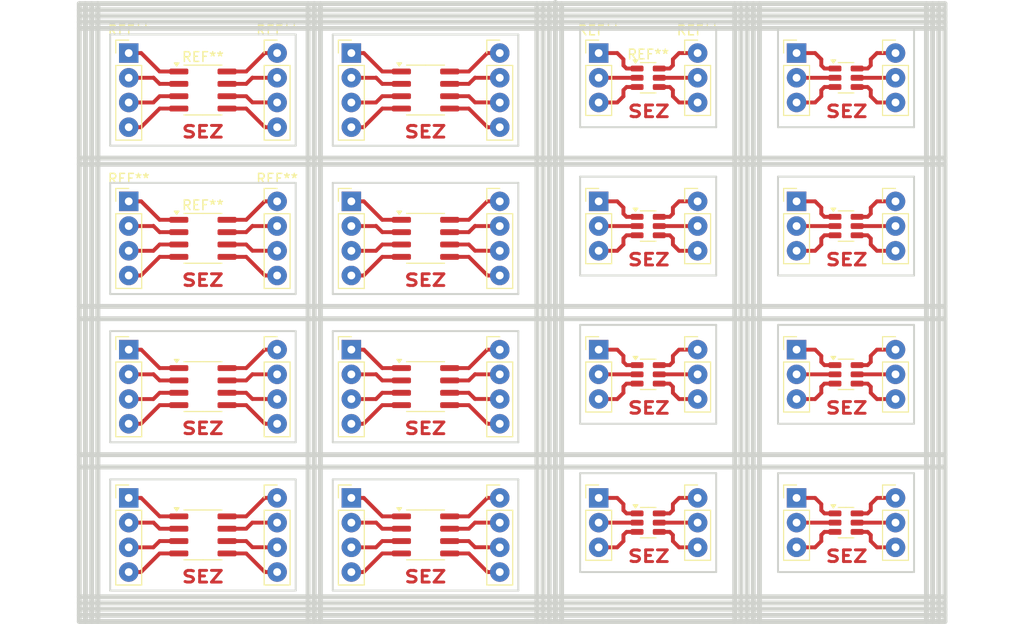
<source format=kicad_pcb>
(kicad_pcb (version 20240108) (generator "pcbnew") (generator_version "8.0")
  (layers (0 "F.Cu" signal) (31 "B.Cu" signal) (34 "B.Paste" user) (35 "F.Paste" user) (36 "B.SilkS" user "B.Silkscreen") (37 "F.SilkS" user "F.Silkscreen") (38 "B.Mask" user) (39 "F.Mask" user) (44 "Edge.Cuts" user))
  (net 0 "")
  (footprint "Connector_PinHeader_2.54mm:PinHeader_1x03_P2.54mm_Vertical" (layer "F.Cu") (at 129.54 96.52)
    (property "Reference" "REF**" (hide yes))
    (property "Value" "PinHeader_1x03_P2.54mm_Vertical")
  )
  (footprint "Package_TO_SOT_SMD:SOT-23-6" (layer "F.Cu") (at 124.46 83.82)
    (property "Reference" "REF**" (hide yes))
    (property "Value" "SOT-23-6")
  )
  (footprint "Connector_PinHeader_2.54mm:PinHeader_1x03_P2.54mm_Vertical" (layer "F.Cu") (at 109.22 96.52)
    (property "Reference" "REF**" (hide yes))
    (property "Value" "PinHeader_1x03_P2.54mm_Vertical")
  )
  (footprint "Connector_PinHeader_2.54mm:PinHeader_1x04_P2.54mm_Vertical" (layer "F.Cu") (at 88.9 81.28)
    (property "Reference" "REF**" (hide yes))
    (property "Value" "PinHeader_1x04_P2.54mm_Vertical")
  )
  (footprint "Connector_PinHeader_2.54mm:PinHeader_1x03_P2.54mm_Vertical" (layer "F.Cu") (at 119.38 81.28)
    (property "Reference" "REF**" (hide yes))
    (property "Value" "PinHeader_1x03_P2.54mm_Vertical")
  )
  (footprint "Package_SO:SOIC-8_3.9x4.9mm_P1.27mm" (layer "F.Cu") (at 81.28 100.32)
    (property "Reference" "REF**" (hide yes))
    (property "Value" "SOIC-8_3.9x4.9mm_P1.27mm")
  )
  (footprint "Package_SO:SOIC-8_3.9x4.9mm_P1.27mm" (layer "F.Cu") (at 81.28 69.84)
    (property "Reference" "REF**" (hide yes))
    (property "Value" "SOIC-8_3.9x4.9mm_P1.27mm")
  )
  (footprint "Connector_PinHeader_2.54mm:PinHeader_1x04_P2.54mm_Vertical" (layer "F.Cu") (at 73.66 66.04)
    (property "Reference" "REF**" (hide yes))
    (property "Value" "PinHeader_1x04_P2.54mm_Vertical")
  )
  (footprint "Connector_PinHeader_2.54mm:PinHeader_1x03_P2.54mm_Vertical" (layer "F.Cu") (at 129.54 50.8)
    (property "Reference" "REF**" (hide yes))
    (property "Value" "PinHeader_1x03_P2.54mm_Vertical")
  )
  (footprint "Package_SO:SOIC-8_3.9x4.9mm_P1.27mm" (layer "F.Cu") (at 58.42 69.84)
    (property "Reference" "REF**")
    (property "Value" "SOIC-8_3.9x4.9mm_P1.27mm")
  )
  (footprint "Package_TO_SOT_SMD:SOT-23-6" (layer "F.Cu") (at 124.46 53.34)
    (property "Reference" "REF**" (hide yes))
    (property "Value" "SOT-23-6")
  )
  (footprint "Connector_PinHeader_2.54mm:PinHeader_1x04_P2.54mm_Vertical" (layer "F.Cu") (at 73.66 81.28)
    (property "Reference" "REF**" (hide yes))
    (property "Value" "PinHeader_1x04_P2.54mm_Vertical")
  )
  (footprint "Package_SO:SOIC-8_3.9x4.9mm_P1.27mm" (layer "F.Cu") (at 58.42 85.08)
    (property "Reference" "REF**" (hide yes))
    (property "Value" "SOIC-8_3.9x4.9mm_P1.27mm")
  )
  (footprint "Package_TO_SOT_SMD:SOT-23-6" (layer "F.Cu") (at 104.14 83.82)
    (property "Reference" "REF**" (hide yes))
    (property "Value" "SOT-23-6")
  )
  (footprint "Connector_PinHeader_2.54mm:PinHeader_1x03_P2.54mm_Vertical" (layer "F.Cu") (at 109.22 66.04)
    (property "Reference" "REF**" (hide yes))
    (property "Value" "PinHeader_1x03_P2.54mm_Vertical")
  )
  (footprint "Connector_PinHeader_2.54mm:PinHeader_1x03_P2.54mm_Vertical" (layer "F.Cu") (at 119.38 66.04)
    (property "Reference" "REF**" (hide yes))
    (property "Value" "PinHeader_1x03_P2.54mm_Vertical")
  )
  (footprint "Package_TO_SOT_SMD:SOT-23-6" (layer "F.Cu") (at 104.14 99.06)
    (property "Reference" "REF**" (hide yes))
    (property "Value" "SOT-23-6")
  )
  (footprint "Connector_PinHeader_2.54mm:PinHeader_1x04_P2.54mm_Vertical" (layer "F.Cu") (at 73.66 50.8)
    (property "Reference" "REF**" (hide yes))
    (property "Value" "PinHeader_1x04_P2.54mm_Vertical")
  )
  (footprint "Connector_PinHeader_2.54mm:PinHeader_1x03_P2.54mm_Vertical" (layer "F.Cu") (at 119.38 50.8)
    (property "Reference" "REF**" (hide yes))
    (property "Value" "PinHeader_1x03_P2.54mm_Vertical")
  )
  (footprint "Package_TO_SOT_SMD:SOT-23-6" (layer "F.Cu") (at 124.46 99.06)
    (property "Reference" "REF**" (hide yes))
    (property "Value" "SOT-23-6")
  )
  (footprint "Package_SO:SOIC-8_3.9x4.9mm_P1.27mm" (layer "F.Cu") (at 58.42 54.6)
    (property "Reference" "REF**")
    (property "Value" "SOIC-8_3.9x4.9mm_P1.27mm")
  )
  (footprint "Connector_PinHeader_2.54mm:PinHeader_1x03_P2.54mm_Vertical" (layer "F.Cu") (at 99.06 50.8)
    (property "Reference" "REF**")
    (property "Value" "PinHeader_1x03_P2.54mm_Vertical")
  )
  (footprint "Connector_PinHeader_2.54mm:PinHeader_1x04_P2.54mm_Vertical" (layer "F.Cu") (at 50.8 50.8)
    (property "Reference" "REF**")
    (property "Value" "PinHeader_1x04_P2.54mm_Vertical")
  )
  (footprint "Package_TO_SOT_SMD:SOT-23-6" (layer "F.Cu") (at 104.14 68.58)
    (property "Reference" "REF**" (hide yes))
    (property "Value" "SOT-23-6")
  )
  (footprint "Connector_PinHeader_2.54mm:PinHeader_1x04_P2.54mm_Vertical" (layer "F.Cu") (at 50.8 81.28)
    (property "Reference" "REF**" (hide yes))
    (property "Value" "PinHeader_1x04_P2.54mm_Vertical")
  )
  (footprint "Connector_PinHeader_2.54mm:PinHeader_1x04_P2.54mm_Vertical" (layer "F.Cu") (at 66.04 81.28)
    (property "Reference" "REF**" (hide yes))
    (property "Value" "PinHeader_1x04_P2.54mm_Vertical")
  )
  (footprint "Connector_PinHeader_2.54mm:PinHeader_1x04_P2.54mm_Vertical" (layer "F.Cu") (at 66.04 66.04)
    (property "Reference" "REF**")
    (property "Value" "PinHeader_1x04_P2.54mm_Vertical")
  )
  (footprint "Connector_PinHeader_2.54mm:PinHeader_1x04_P2.54mm_Vertical" (layer "F.Cu") (at 66.04 96.52)
    (property "Reference" "REF**" (hide yes))
    (property "Value" "PinHeader_1x04_P2.54mm_Vertical")
  )
  (footprint "Package_SO:SOIC-8_3.9x4.9mm_P1.27mm" (layer "F.Cu") (at 81.28 54.6)
    (property "Reference" "REF**" (hide yes))
    (property "Value" "SOIC-8_3.9x4.9mm_P1.27mm")
  )
  (footprint "Package_SO:SOIC-8_3.9x4.9mm_P1.27mm" (layer "F.Cu") (at 58.42 100.32)
    (property "Reference" "REF**" (hide yes))
    (property "Value" "SOIC-8_3.9x4.9mm_P1.27mm")
  )
  (footprint "Connector_PinHeader_2.54mm:PinHeader_1x04_P2.54mm_Vertical" (layer "F.Cu") (at 50.8 66.04)
    (property "Reference" "REF**")
    (property "Value" "PinHeader_1x04_P2.54mm_Vertical")
  )
  (footprint "Connector_PinHeader_2.54mm:PinHeader_1x04_P2.54mm_Vertical" (layer "F.Cu") (at 73.66 96.52)
    (property "Reference" "REF**" (hide yes))
    (property "Value" "PinHeader_1x04_P2.54mm_Vertical")
  )
  (footprint "Connector_PinHeader_2.54mm:PinHeader_1x03_P2.54mm_Vertical" (layer "F.Cu") (at 129.54 66.04)
    (property "Reference" "REF**" (hide yes))
    (property "Value" "PinHeader_1x03_P2.54mm_Vertical")
  )
  (footprint "Package_SO:SOIC-8_3.9x4.9mm_P1.27mm" (layer "F.Cu") (at 81.28 85.08)
    (property "Reference" "REF**" (hide yes))
    (property "Value" "SOIC-8_3.9x4.9mm_P1.27mm")
  )
  (footprint "Connector_PinHeader_2.54mm:PinHeader_1x04_P2.54mm_Vertical" (layer "F.Cu") (at 88.9 96.52)
    (property "Reference" "REF**" (hide yes))
    (property "Value" "PinHeader_1x04_P2.54mm_Vertical")
  )
  (footprint "Connector_PinHeader_2.54mm:PinHeader_1x04_P2.54mm_Vertical" (layer "F.Cu") (at 88.9 66.04)
    (property "Reference" "REF**" (hide yes))
    (property "Value" "PinHeader_1x04_P2.54mm_Vertical")
  )
  (footprint "Connector_PinHeader_2.54mm:PinHeader_1x03_P2.54mm_Vertical" (layer "F.Cu") (at 109.22 81.28)
    (property "Reference" "REF**" (hide yes))
    (property "Value" "PinHeader_1x03_P2.54mm_Vertical")
  )
  (footprint "Connector_PinHeader_2.54mm:PinHeader_1x03_P2.54mm_Vertical" (layer "F.Cu") (at 99.06 96.52)
    (property "Reference" "REF**" (hide yes))
    (property "Value" "PinHeader_1x03_P2.54mm_Vertical")
  )
  (footprint "Package_TO_SOT_SMD:SOT-23-6" (layer "F.Cu") (at 104.14 53.34)
    (property "Reference" "REF**")
    (property "Value" "SOT-23-6")
  )
  (footprint "Connector_PinHeader_2.54mm:PinHeader_1x03_P2.54mm_Vertical" (layer "F.Cu") (at 129.54 81.28)
    (property "Reference" "REF**" (hide yes))
    (property "Value" "PinHeader_1x03_P2.54mm_Vertical")
  )
  (footprint "Connector_PinHeader_2.54mm:PinHeader_1x03_P2.54mm_Vertical" (layer "F.Cu") (at 99.06 66.04)
    (property "Reference" "REF**" (hide yes))
    (property "Value" "PinHeader_1x03_P2.54mm_Vertical")
  )
  (footprint "Connector_PinHeader_2.54mm:PinHeader_1x03_P2.54mm_Vertical" (layer "F.Cu") (at 99.06 81.28)
    (property "Reference" "REF**" (hide yes))
    (property "Value" "PinHeader_1x03_P2.54mm_Vertical")
  )
  (footprint "Connector_PinHeader_2.54mm:PinHeader_1x04_P2.54mm_Vertical" (layer "F.Cu") (at 88.9 50.8)
    (property "Reference" "REF**" (hide yes))
    (property "Value" "PinHeader_1x04_P2.54mm_Vertical")
  )
  (footprint "Connector_PinHeader_2.54mm:PinHeader_1x03_P2.54mm_Vertical" (layer "F.Cu") (at 109.22 50.8)
    (property "Reference" "REF**")
    (property "Value" "PinHeader_1x03_P2.54mm_Vertical")
  )
  (footprint "Connector_PinHeader_2.54mm:PinHeader_1x04_P2.54mm_Vertical" (layer "F.Cu") (at 50.8 96.52)
    (property "Reference" "REF**" (hide yes))
    (property "Value" "PinHeader_1x04_P2.54mm_Vertical")
  )
  (footprint "Connector_PinHeader_2.54mm:PinHeader_1x04_P2.54mm_Vertical" (layer "F.Cu") (at 66.04 50.8)
    (property "Reference" "REF**")
    (property "Value" "PinHeader_1x04_P2.54mm_Vertical")
  )
  (footprint "Connector_PinHeader_2.54mm:PinHeader_1x03_P2.54mm_Vertical" (layer "F.Cu") (at 119.38 96.52)
    (property "Reference" "REF**" (hide yes))
    (property "Value" "PinHeader_1x03_P2.54mm_Vertical")
  )
  (footprint "Package_TO_SOT_SMD:SOT-23-6" (layer "F.Cu") (at 124.46 68.58)
    (property "Reference" "REF**" (hide yes))
    (property "Value" "SOT-23-6")
  )
  (gr_line (start 45.72 62.23) (end 134.62 62.23) (stroke (width 0.5)) (layer "Edge.Cuts"))
  (gr_line (start 45.72 106.68) (end 134.62 106.68) (stroke (width 0.5)) (layer "Edge.Cuts"))
  (gr_line (start 45.72 46.99) (end 134.62 46.99) (stroke (width 0.5)) (layer "Edge.Cuts"))
  (gr_line (start 111.125 104.14) (end 111.125 93.98) (stroke (width 0.1)) (layer "Edge.Cuts"))
  (gr_line (start 45.72 45.72) (end 45.72 109.22) (stroke (width 0.5)) (layer "Edge.Cuts"))
  (gr_line (start 131.445 104.14) (end 131.445 93.98) (stroke (width 0.1)) (layer "Edge.Cuts"))
  (gr_line (start 132.715 45.72) (end 132.715 109.22) (stroke (width 0.5)) (layer "Edge.Cuts"))
  (gr_line (start 71.755 106.045) (end 90.805 106.045) (stroke (width 0.1)) (layer "Edge.Cuts"))
  (gr_line (start 131.445 63.5) (end 117.475 63.5) (stroke (width 0.2)) (layer "Edge.Cuts"))
  (gr_line (start 134.62 109.22) (end 45.72 109.22) (stroke (width 0.2)) (layer "Edge.Cuts"))
  (gr_line (start 111.125 48.26) (end 97.155 48.26) (stroke (width 0.2)) (layer "Edge.Cuts"))
  (gr_line (start 114.3 45.72) (end 114.3 109.22) (stroke (width 0.5)) (layer "Edge.Cuts"))
  (gr_line (start 97.155 104.14) (end 111.125 104.14) (stroke (width 0.1)) (layer "Edge.Cuts"))
  (gr_line (start 92.71 45.72) (end 92.71 109.22) (stroke (width 0.3)) (layer "Edge.Cuts"))
  (gr_line (start 90.805 106.045) (end 90.805 94.615) (stroke (width 0.1)) (layer "Edge.Cuts"))
  (gr_line (start 134.62 45.72) (end 134.62 109.22) (stroke (width 0.2)) (layer "Edge.Cuts"))
  (gr_line (start 45.72 78.105) (end 134.62 78.105) (stroke (width 0.5)) (layer "Edge.Cuts"))
  (gr_line (start 90.805 60.325) (end 90.805 48.895) (stroke (width 0.2)) (layer "Edge.Cuts"))
  (gr_line (start 90.805 64.135) (end 71.755 64.135) (stroke (width 0.2)) (layer "Edge.Cuts"))
  (gr_line (start 94.613192 45.596684) (end 94.613192 109.096684) (stroke (width 0.5)) (layer "Edge.Cuts"))
  (gr_line (start 131.445 78.74) (end 117.475 78.74) (stroke (width 0.1)) (layer "Edge.Cuts"))
  (gr_line (start 97.155 73.66) (end 111.125 73.66) (stroke (width 0.1)) (layer "Edge.Cuts"))
  (gr_line (start 90.805 48.885) (end 71.755 48.885) (stroke (width 0.1)) (layer "Edge.Cuts"))
  (gr_line (start 71.755 64.135) (end 71.755 75.565) (stroke (width 0.1)) (layer "Edge.Cuts"))
  (gr_line (start 90.805 90.805) (end 90.805 79.375) (stroke (width 0.2)) (layer "Edge.Cuts"))
  (gr_line (start 45.72 47.625) (end 134.62 47.625) (stroke (width 0.5)) (layer "Edge.Cuts"))
  (gr_line (start 111.125 63.5) (end 97.155 63.5) (stroke (width 0.2)) (layer "Edge.Cuts"))
  (gr_line (start 67.945 60.315) (end 67.945 48.885) (stroke (width 0.2)) (layer "Edge.Cuts"))
  (gr_line (start 90.805 64.135) (end 71.755 64.135) (stroke (width 0.1)) (layer "Edge.Cuts"))
  (gr_line (start 90.805 90.795) (end 90.805 79.365) (stroke (width 0.1)) (layer "Edge.Cuts"))
  (gr_line (start 45.72 45.72) (end 134.62 45.72) (stroke (width 0.5)) (layer "Edge.Cuts"))
  (gr_line (start 67.945 75.565) (end 67.945 64.135) (stroke (width 0.2)) (layer "Edge.Cuts"))
  (gr_line (start 46.99 45.72) (end 46.99 109.22) (stroke (width 0.5)) (layer "Edge.Cuts"))
  (gr_line (start 45.72 48.26) (end 134.62 48.26) (stroke (width 0.5)) (layer "Edge.Cuts"))
  (gr_line (start 90.805 94.615) (end 71.755 94.615) (stroke (width 0.2)) (layer "Edge.Cuts"))
  (gr_line (start 134.62 45.72) (end 134.62 109.22) (stroke (width 0.5)) (layer "Edge.Cuts"))
  (gr_line (start 97.155 63.5) (end 97.155 73.66) (stroke (width 0.2)) (layer "Edge.Cuts"))
  (gr_line (start 90.805 94.615) (end 71.755 94.615) (stroke (width 0.1)) (layer "Edge.Cuts"))
  (gr_line (start 111.125 93.98) (end 97.155 93.98) (stroke (width 0.1)) (layer "Edge.Cuts"))
  (gr_line (start 117.475 104.14) (end 131.445 104.14) (stroke (width 0.1)) (layer "Edge.Cuts"))
  (gr_line (start 97.155 78.74) (end 97.155 88.9) (stroke (width 0.2)) (layer "Edge.Cuts"))
  (gr_line (start 117.475 93.98) (end 117.475 104.14) (stroke (width 0.1)) (layer "Edge.Cuts"))
  (gr_line (start 71.755 60.325) (end 90.805 60.325) (stroke (width 0.2)) (layer "Edge.Cuts"))
  (gr_line (start 48.895 90.795) (end 67.945 90.795) (stroke (width 0.1)) (layer "Edge.Cuts"))
  (gr_line (start 117.475 48.26) (end 117.475 58.42) (stroke (width 0.1)) (layer "Edge.Cuts"))
  (gr_line (start 67.945 94.615) (end 48.895 94.615) (stroke (width 0.1)) (layer "Edge.Cuts"))
  (gr_line (start 46.355 45.72) (end 46.355 109.22) (stroke (width 0.5)) (layer "Edge.Cuts"))
  (gr_line (start 131.445 93.98) (end 117.475 93.98) (stroke (width 0.1)) (layer "Edge.Cuts"))
  (gr_line (start 71.755 79.375) (end 71.755 90.805) (stroke (width 0.2)) (layer "Edge.Cuts"))
  (gr_line (start 97.155 93.98) (end 97.155 104.14) (stroke (width 0.1)) (layer "Edge.Cuts"))
  (gr_line (start 48.895 64.135) (end 48.895 75.565) (stroke (width 0.2)) (layer "Edge.Cuts"))
  (gr_line (start 71.755 48.895) (end 71.755 60.325) (stroke (width 0.2)) (layer "Edge.Cuts"))
  (gr_line (start 67.945 90.795) (end 67.945 79.365) (stroke (width 0.1)) (layer "Edge.Cuts"))
  (gr_line (start 93.345 45.72) (end 93.345 109.22) (stroke (width 0.5)) (layer "Edge.Cuts"))
  (gr_line (start 48.895 94.615) (end 48.895 106.045) (stroke (width 0.1)) (layer "Edge.Cuts"))
  (gr_line (start 117.475 93.98) (end 117.475 104.14) (stroke (width 0.2)) (layer "Edge.Cuts"))
  (gr_line (start 45.72 108.585) (end 134.62 108.585) (stroke (width 0.5)) (layer "Edge.Cuts"))
  (gr_line (start 115.57 45.72) (end 115.57 109.22) (stroke (width 0.5)) (layer "Edge.Cuts"))
  (gr_line (start 90.805 48.895) (end 71.755 48.895) (stroke (width 0.2)) (layer "Edge.Cuts"))
  (gr_line (start 117.475 88.9) (end 131.445 88.9) (stroke (width 0.1)) (layer "Edge.Cuts"))
  (gr_line (start 131.445 48.26) (end 117.475 48.26) (stroke (width 0.2)) (layer "Edge.Cuts"))
  (gr_line (start 45.72 109.22) (end 45.72 45.72) (stroke (width 0.2)) (layer "Edge.Cuts"))
  (gr_line (start 71.755 48.885) (end 71.755 60.315) (stroke (width 0.1)) (layer "Edge.Cuts"))
  (gr_line (start 67.945 64.135) (end 48.895 64.135) (stroke (width 0.2)) (layer "Edge.Cuts"))
  (gr_line (start 117.475 63.5) (end 117.475 73.66) (stroke (width 0.2)) (layer "Edge.Cuts"))
  (gr_line (start 67.945 94.615) (end 48.895 94.615) (stroke (width 0.2)) (layer "Edge.Cuts"))
  (gr_line (start 113.03 45.72) (end 113.03 109.22) (stroke (width 0.5)) (layer "Edge.Cuts"))
  (gr_line (start 117.475 73.66) (end 131.445 73.66) (stroke (width 0.2)) (layer "Edge.Cuts"))
  (gr_line (start 131.445 58.42) (end 131.445 48.26) (stroke (width 0.1)) (layer "Edge.Cuts"))
  (gr_line (start 48.895 94.615) (end 48.895 106.045) (stroke (width 0.2)) (layer "Edge.Cuts"))
  (gr_line (start 95.25 45.72) (end 95.25 109.22) (stroke (width 0.3)) (layer "Edge.Cuts"))
  (gr_line (start 131.445 48.26) (end 117.475 48.26) (stroke (width 0.1)) (layer "Edge.Cuts"))
  (gr_line (start 131.445 63.5) (end 117.475 63.5) (stroke (width 0.1)) (layer "Edge.Cuts"))
  (gr_line (start 117.475 58.42) (end 131.445 58.42) (stroke (width 0.2)) (layer "Edge.Cuts"))
  (gr_line (start 48.895 75.565) (end 67.945 75.565) (stroke (width 0.2)) (layer "Edge.Cuts"))
  (gr_line (start 69.85 45.72) (end 69.85 109.22) (stroke (width 0.5)) (layer "Edge.Cuts"))
  (gr_line (start 131.445 104.14) (end 131.445 93.98) (stroke (width 0.2)) (layer "Edge.Cuts"))
  (gr_line (start 97.155 78.74) (end 97.155 88.9) (stroke (width 0.1)) (layer "Edge.Cuts"))
  (gr_line (start 71.755 94.615) (end 71.755 106.045) (stroke (width 0.2)) (layer "Edge.Cuts"))
  (gr_line (start 97.155 48.26) (end 97.155 58.42) (stroke (width 0.2)) (layer "Edge.Cuts"))
  (gr_line (start 71.755 75.565) (end 90.805 75.565) (stroke (width 0.2)) (layer "Edge.Cuts"))
  (gr_line (start 92.71 45.72) (end 92.71 109.22) (stroke (width 0.5)) (layer "Edge.Cuts"))
  (gr_line (start 45.72 109.22) (end 134.62 109.22) (stroke (width 0.5)) (layer "Edge.Cuts"))
  (gr_line (start 71.755 90.805) (end 90.805 90.805) (stroke (width 0.2)) (layer "Edge.Cuts"))
  (gr_line (start 117.475 73.66) (end 131.445 73.66) (stroke (width 0.1)) (layer "Edge.Cuts"))
  (gr_line (start 48.895 79.365) (end 48.895 90.795) (stroke (width 0.1)) (layer "Edge.Cuts"))
  (gr_line (start 111.125 78.74) (end 97.155 78.74) (stroke (width 0.2)) (layer "Edge.Cuts"))
  (gr_line (start 90.805 106.045) (end 90.805 94.615) (stroke (width 0.2)) (layer "Edge.Cuts"))
  (gr_line (start 90.805 60.315) (end 90.805 48.885) (stroke (width 0.1)) (layer "Edge.Cuts"))
  (gr_line (start 97.155 88.9) (end 111.125 88.9) (stroke (width 0.1)) (layer "Edge.Cuts"))
  (gr_line (start 69.215 45.72) (end 69.215 109.22) (stroke (width 0.5)) (layer "Edge.Cuts"))
  (gr_line (start 45.72 107.315) (end 134.62 107.315) (stroke (width 0.5)) (layer "Edge.Cuts"))
  (gr_line (start 111.125 78.74) (end 97.155 78.74) (stroke (width 0.1)) (layer "Edge.Cuts"))
  (gr_line (start 95.25 45.72) (end 95.25 109.22) (stroke (width 0.5)) (layer "Edge.Cuts"))
  (gr_line (start 113.665 45.72) (end 113.665 109.22) (stroke (width 0.5)) (layer "Edge.Cuts"))
  (gr_line (start 45.72 92.075) (end 134.62 92.075) (stroke (width 0.5)) (layer "Edge.Cuts"))
  (gr_line (start 47.625 45.72) (end 47.625 109.22) (stroke (width 0.5)) (layer "Edge.Cuts"))
  (gr_line (start 117.475 78.74) (end 117.475 88.9) (stroke (width 0.2)) (layer "Edge.Cuts"))
  (gr_line (start 131.445 73.66) (end 131.445 63.5) (stroke (width 0.1)) (layer "Edge.Cuts"))
  (gr_line (start 45.72 107.95) (end 134.62 107.95) (stroke (width 0.5)) (layer "Edge.Cuts"))
  (gr_line (start 97.155 88.9) (end 111.125 88.9) (stroke (width 0.2)) (layer "Edge.Cuts"))
  (gr_line (start 70.485 45.72) (end 70.485 109.22) (stroke (width 0.5)) (layer "Edge.Cuts"))
  (gr_line (start 117.475 88.9) (end 131.445 88.9) (stroke (width 0.2)) (layer "Edge.Cuts"))
  (gr_line (start 131.445 93.98) (end 117.475 93.98) (stroke (width 0.2)) (layer "Edge.Cuts"))
  (gr_line (start 111.125 93.98) (end 97.155 93.98) (stroke (width 0.2)) (layer "Edge.Cuts"))
  (gr_line (start 97.155 73.66) (end 111.125 73.66) (stroke (width 0.2)) (layer "Edge.Cuts"))
  (gr_line (start 67.945 75.565) (end 67.945 64.135) (stroke (width 0.1)) (layer "Edge.Cuts"))
  (gr_line (start 97.155 63.5) (end 97.155 73.66) (stroke (width 0.1)) (layer "Edge.Cuts"))
  (gr_line (start 48.895 48.885) (end 48.895 60.315) (stroke (width 0.2)) (layer "Edge.Cuts"))
  (gr_line (start 71.755 79.365) (end 71.755 90.795) (stroke (width 0.1)) (layer "Edge.Cuts"))
  (gr_line (start 90.805 75.565) (end 90.805 64.135) (stroke (width 0.2)) (layer "Edge.Cuts"))
  (gr_line (start 48.895 106.045) (end 67.945 106.045) (stroke (width 0.2)) (layer "Edge.Cuts"))
  (gr_line (start 90.805 79.375) (end 71.755 79.375) (stroke (width 0.2)) (layer "Edge.Cuts"))
  (gr_line (start 90.805 79.365) (end 71.755 79.365) (stroke (width 0.1)) (layer "Edge.Cuts"))
  (gr_line (start 117.475 58.42) (end 131.445 58.42) (stroke (width 0.1)) (layer "Edge.Cuts"))
  (gr_line (start 111.125 88.9) (end 111.125 78.74) (stroke (width 0.2)) (layer "Edge.Cuts"))
  (gr_line (start 67.945 48.885) (end 48.895 48.885) (stroke (width 0.2)) (layer "Edge.Cuts"))
  (gr_line (start 48.895 79.375) (end 48.895 90.805) (stroke (width 0.2)) (layer "Edge.Cuts"))
  (gr_line (start 131.445 88.9) (end 131.445 78.74) (stroke (width 0.1)) (layer "Edge.Cuts"))
  (gr_line (start 45.72 61.595) (end 134.62 61.595) (stroke (width 0.5)) (layer "Edge.Cuts"))
  (gr_line (start 111.125 104.14) (end 111.125 93.98) (stroke (width 0.2)) (layer "Edge.Cuts"))
  (gr_line (start 111.125 58.42) (end 111.125 48.26) (stroke (width 0.2)) (layer "Edge.Cuts"))
  (gr_line (start 131.445 88.9) (end 131.445 78.74) (stroke (width 0.2)) (layer "Edge.Cuts"))
  (gr_line (start 45.72 76.835) (end 134.62 76.835) (stroke (width 0.5)) (layer "Edge.Cuts"))
  (gr_line (start 131.445 58.42) (end 131.445 48.26) (stroke (width 0.2)) (layer "Edge.Cuts"))
  (gr_line (start 67.945 90.805) (end 67.945 79.375) (stroke (width 0.2)) (layer "Edge.Cuts"))
  (gr_line (start 67.945 64.135) (end 48.895 64.135) (stroke (width 0.1)) (layer "Edge.Cuts"))
  (gr_line (start 111.125 73.66) (end 111.125 63.5) (stroke (width 0.1)) (layer "Edge.Cuts"))
  (gr_line (start 71.755 106.045) (end 90.805 106.045) (stroke (width 0.2)) (layer "Edge.Cuts"))
  (gr_line (start 111.125 88.9) (end 111.125 78.74) (stroke (width 0.1)) (layer "Edge.Cuts"))
  (gr_line (start 71.755 64.135) (end 71.755 75.565) (stroke (width 0.2)) (layer "Edge.Cuts"))
  (gr_line (start 117.475 48.26) (end 117.475 58.42) (stroke (width 0.2)) (layer "Edge.Cuts"))
  (gr_line (start 67.945 106.045) (end 67.945 94.615) (stroke (width 0.1)) (layer "Edge.Cuts"))
  (gr_line (start 111.125 73.66) (end 111.125 63.5) (stroke (width 0.2)) (layer "Edge.Cuts"))
  (gr_line (start 97.155 104.14) (end 111.125 104.14) (stroke (width 0.2)) (layer "Edge.Cuts"))
  (gr_line (start 90.805 75.565) (end 90.805 64.135) (stroke (width 0.1)) (layer "Edge.Cuts"))
  (gr_line (start 67.945 106.045) (end 67.945 94.615) (stroke (width 0.2)) (layer "Edge.Cuts"))
  (gr_line (start 97.155 93.98) (end 97.155 104.14) (stroke (width 0.2)) (layer "Edge.Cuts"))
  (gr_line (start 47.625 45.72) (end 47.625 109.22) (stroke (width 0.5)) (layer "Edge.Cuts"))
  (gr_line (start 131.445 78.74) (end 117.475 78.74) (stroke (width 0.2)) (layer "Edge.Cuts"))
  (gr_line (start 67.945 79.365) (end 48.895 79.365) (stroke (width 0.1)) (layer "Edge.Cuts"))
  (gr_line (start 117.475 104.14) (end 131.445 104.14) (stroke (width 0.2)) (layer "Edge.Cuts"))
  (gr_line (start 71.755 60.315) (end 90.805 60.315) (stroke (width 0.1)) (layer "Edge.Cuts"))
  (gr_line (start 133.985 45.72) (end 133.985 109.22) (stroke (width 0.5)) (layer "Edge.Cuts"))
  (gr_line (start 133.35 45.72) (end 133.35 109.22) (stroke (width 0.5)) (layer "Edge.Cuts"))
  (gr_line (start 45.72 46.355) (end 134.62 46.355) (stroke (width 0.5)) (layer "Edge.Cuts"))
  (gr_line (start 97.155 58.42) (end 111.125 58.42) (stroke (width 0.2)) (layer "Edge.Cuts"))
  (gr_line (start 67.945 79.375) (end 48.895 79.375) (stroke (width 0.2)) (layer "Edge.Cuts"))
  (gr_line (start 117.475 63.5) (end 117.475 73.66) (stroke (width 0.1)) (layer "Edge.Cuts"))
  (gr_line (start 48.895 75.565) (end 67.945 75.565) (stroke (width 0.1)) (layer "Edge.Cuts"))
  (gr_line (start 48.895 90.805) (end 67.945 90.805) (stroke (width 0.2)) (layer "Edge.Cuts"))
  (gr_line (start 71.755 75.565) (end 90.805 75.565) (stroke (width 0.1)) (layer "Edge.Cuts"))
  (gr_line (start 114.935 45.72) (end 114.935 109.22) (stroke (width 0.5)) (layer "Edge.Cuts"))
  (gr_line (start 111.125 63.5) (end 97.155 63.5) (stroke (width 0.1)) (layer "Edge.Cuts"))
  (gr_line (start 71.755 90.795) (end 90.805 90.795) (stroke (width 0.1)) (layer "Edge.Cuts"))
  (gr_line (start 71.755 94.615) (end 71.755 106.045) (stroke (width 0.1)) (layer "Edge.Cuts"))
  (gr_line (start 48.895 106.045) (end 67.945 106.045) (stroke (width 0.1)) (layer "Edge.Cuts"))
  (gr_line (start 93.98 45.72) (end 93.98 109.22) (stroke (width 0.5)) (layer "Edge.Cuts"))
  (gr_line (start 45.72 93.345) (end 134.62 93.345) (stroke (width 0.5)) (layer "Edge.Cuts"))
  (gr_line (start 117.475 78.74) (end 117.475 88.9) (stroke (width 0.1)) (layer "Edge.Cuts"))
  (gr_line (start 48.895 64.135) (end 48.895 75.565) (stroke (width 0.1)) (layer "Edge.Cuts"))
  (gr_line (start 48.895 60.315) (end 67.945 60.315) (stroke (width 0.2)) (layer "Edge.Cuts"))
  (gr_line (start 131.445 73.66) (end 131.445 63.5) (stroke (width 0.2)) (layer "Edge.Cuts"))
  (gr_text "SEZ" (at 78.96 90.08 0) (layer "F.Cu") (effects (font (size 1.2 1.5) (thickness 0.3) (bold yes)) (justify left bottom)))
  (gr_text "SEZ" (at 56.1 74.85 0) (layer "F.Cu") (effects (font (size 1.2 1.5) (thickness 0.3) (bold yes)) (justify left bottom)))
  (gr_text "SEZ" (at 122.22 103.22 0) (layer "F.Cu") (effects (font (size 1.2 1.5) (thickness 0.3) (bold yes)) (justify left bottom)))
  (gr_text "SEZ" (at 101.9 103.22 0) (layer "F.Cu") (effects (font (size 1.2 1.5) (thickness 0.3) (bold yes)) (justify left bottom)))
  (gr_text "SEZ" (at 56.1 105.33 0) (layer "F.Cu") (effects (font (size 1.2 1.5) (thickness 0.3) (bold yes)) (justify left bottom)))
  (gr_text "SEZ" (at 78.96 105.33 0) (layer "F.Cu") (effects (font (size 1.2 1.5) (thickness 0.3) (bold yes)) (justify left bottom)))
  (gr_text "SEZ" (at 122.22 72.74 0) (layer "F.Cu") (effects (font (size 1.2 1.5) (thickness 0.3) (bold yes)) (justify left bottom)))
  (gr_text "SEZ" (at 122.22 87.98 0) (layer "F.Cu") (effects (font (size 1.2 1.5) (thickness 0.3) (bold yes)) (justify left bottom)))
  (gr_text "SEZ" (at 56.1 59.6 0) (layer "F.Cu") (effects (font (size 1.2 1.5) (thickness 0.3) (bold yes)) (justify left bottom)))
  (gr_text "SEZ" (at 56.1 90.08 0) (layer "F.Cu") (effects (font (size 1.2 1.5) (thickness 0.3) (bold yes)) (justify left bottom)))
  (gr_text "SEZ" (at 78.96 74.85 0) (layer "F.Cu") (effects (font (size 1.2 1.5) (thickness 0.3) (bold yes)) (justify left bottom)))
  (gr_text "SEZ" (at 101.9 87.98 0) (layer "F.Cu") (effects (font (size 1.2 1.5) (thickness 0.3) (bold yes)) (justify left bottom)))
  (gr_text "SEZ" (at 101.9 57.5 0) (layer "F.Cu") (effects (font (size 1.2 1.5) (thickness 0.3) (bold yes)) (justify left bottom)))
  (gr_text "SEZ" (at 78.96 59.6 0) (layer "F.Cu") (effects (font (size 1.2 1.5) (thickness 0.3) (bold yes)) (justify left bottom)))
  (gr_text "SEZ" (at 122.22 57.5 0) (layer "F.Cu") (effects (font (size 1.2 1.5) (thickness 0.3) (bold yes)) (justify left bottom)))
  (gr_text "SEZ" (at 101.9 72.74 0) (layer "F.Cu") (effects (font (size 1.2 1.5) (thickness 0.3) (bold yes)) (justify left bottom)))
  (segment (start 123.3225 83.82) (end 119.38 83.82) (width 0.4) (layer "F.Cu") (net 0))
  (segment (start 127.635 81.28) (end 129.54 81.28) (width 0.4) (layer "F.Cu") (net 0))
  (segment (start 62.865 99.685) (end 63.5 99.05) (width 0.4) (layer "F.Cu") (net 0))
  (segment (start 86.36 101.59) (end 87.63 101.59) (width 0.4) (layer "F.Cu") (net 0))
  (segment (start 53.975 85.715) (end 53.33 86.36) (width 0.4) (layer "F.Cu") (net 0))
  (segment (start 85.725 98.415) (end 87.62 96.52) (width 0.4) (layer "F.Cu") (net 0))
  (segment (start 55.945 52.695) (end 53.975 52.695) (width 0.4) (layer "F.Cu") (net 0))
  (segment (start 127 85.725) (end 127.635 86.36) (width 0.4) (layer "F.Cu") (net 0))
  (segment (start 87.62 50.8) (end 88.9 50.8) (width 0.4) (layer "F.Cu") (net 0))
  (segment (start 62.865 52.695) (end 64.76 50.8) (width 0.4) (layer "F.Cu") (net 0))
  (segment (start 62.865 53.965) (end 63.5 53.33) (width 0.4) (layer "F.Cu") (net 0))
  (segment (start 76.835 71.745) (end 74.92 73.66) (width 0.4) (layer "F.Cu") (net 0))
  (segment (start 63.5 86.35) (end 64.77 86.35) (width 0.4) (layer "F.Cu") (net 0))
  (segment (start 76.835 83.175) (end 74.94 81.28) (width 0.4) (layer "F.Cu") (net 0))
  (segment (start 87.63 55.87) (end 87.64 55.88) (width 0.4) (layer "F.Cu") (net 0))
  (segment (start 76.835 67.935) (end 74.94 66.04) (width 0.4) (layer "F.Cu") (net 0))
  (segment (start 60.895 85.715) (end 62.865 85.715) (width 0.4) (layer "F.Cu") (net 0))
  (segment (start 60.895 100.955) (end 62.865 100.955) (width 0.4) (layer "F.Cu") (net 0))
  (segment (start 62.865 86.985) (end 64.78 88.9) (width 0.4) (layer "F.Cu") (net 0))
  (segment (start 101.6 81.915) (end 100.965 81.28) (width 0.4) (layer "F.Cu") (net 0))
  (segment (start 64.78 58.42) (end 66.04 58.42) (width 0.4) (layer "F.Cu") (net 0))
  (segment (start 52.06 104.14) (end 50.8 104.14) (width 0.4) (layer "F.Cu") (net 0))
  (segment (start 60.895 86.985) (end 62.865 86.985) (width 0.4) (layer "F.Cu") (net 0))
  (segment (start 107.315 50.8) (end 109.22 50.8) (width 0.4) (layer "F.Cu") (net 0))
  (segment (start 126.68 100.01) (end 127 100.33) (width 0.4) (layer "F.Cu") (net 0))
  (segment (start 85.725 83.175) (end 87.62 81.28) (width 0.4) (layer "F.Cu") (net 0))
  (segment (start 125.5975 84.77) (end 126.68 84.77) (width 0.4) (layer "F.Cu") (net 0))
  (segment (start 121.92 97.155) (end 121.285 96.52) (width 0.4) (layer "F.Cu") (net 0))
  (segment (start 86.36 99.05) (end 86.37 99.06) (width 0.4) (layer "F.Cu") (net 0))
  (segment (start 53.975 55.235) (end 53.33 55.88) (width 0.4) (layer "F.Cu") (net 0))
  (segment (start 122.24 52.39) (end 121.92 52.07) (width 0.4) (layer "F.Cu") (net 0))
  (segment (start 55.945 99.685) (end 53.975 99.685) (width 0.4) (layer "F.Cu") (net 0))
  (segment (start 64.76 96.52) (end 66.04 96.52) (width 0.4) (layer "F.Cu") (net 0))
  (segment (start 107.315 101.6) (end 109.22 101.6) (width 0.4) (layer "F.Cu") (net 0))
  (segment (start 64.78 86.36) (end 66.04 86.36) (width 0.4) (layer "F.Cu") (net 0))
  (segment (start 103.0025 54.29) (end 101.92 54.29) (width 0.4) (layer "F.Cu") (net 0))
  (segment (start 106.36 98.11) (end 106.68 97.79) (width 0.4) (layer "F.Cu") (net 0))
  (segment (start 127.635 66.04) (end 129.54 66.04) (width 0.4) (layer "F.Cu") (net 0))
  (segment (start 125.5975 69.53) (end 126.68 69.53) (width 0.4) (layer "F.Cu") (net 0))
  (segment (start 76.19 99.06) (end 73.66 99.06) (width 0.4) (layer "F.Cu") (net 0))
  (segment (start 121.92 52.07) (end 121.92 51.435) (width 0.4) (layer "F.Cu") (net 0))
  (segment (start 105.2775 68.58) (end 109.22 68.58) (width 0.4) (layer "F.Cu") (net 0))
  (segment (start 83.755 70.475) (end 85.725 70.475) (width 0.4) (layer "F.Cu") (net 0))
  (segment (start 60.895 71.745) (end 62.865 71.745) (width 0.4) (layer "F.Cu") (net 0))
  (segment (start 76.2 83.81) (end 76.19 83.82) (width 0.4) (layer "F.Cu") (net 0))
  (segment (start 53.975 71.745) (end 52.06 73.66) (width 0.4) (layer "F.Cu") (net 0))
  (segment (start 101.92 69.53) (end 101.6 69.85) (width 0.4) (layer "F.Cu") (net 0))
  (segment (start 76.835 55.235) (end 76.19 55.88) (width 0.4) (layer "F.Cu") (net 0))
  (segment (start 76.835 102.225) (end 74.92 104.14) (width 0.4) (layer "F.Cu") (net 0))
  (segment (start 86.37 68.58) (end 88.9 68.58) (width 0.4) (layer "F.Cu") (net 0))
  (segment (start 85.725 100.955) (end 86.36 101.59) (width 0.4) (layer "F.Cu") (net 0))
  (segment (start 123.3225 68.58) (end 119.38 68.58) (width 0.4) (layer "F.Cu") (net 0))
  (segment (start 76.2 68.57) (end 76.19 68.58) (width 0.4) (layer "F.Cu") (net 0))
  (segment (start 83.755 71.745) (end 85.725 71.745) (width 0.4) (layer "F.Cu") (net 0))
  (segment (start 53.33 86.36) (end 50.8 86.36) (width 0.4) (layer "F.Cu") (net 0))
  (segment (start 125.5975 52.39) (end 126.68 52.39) (width 0.4) (layer "F.Cu") (net 0))
  (segment (start 105.2775 100.01) (end 106.36 100.01) (width 0.4) (layer "F.Cu") (net 0))
  (segment (start 121.285 55.88) (end 119.38 55.88) (width 0.4) (layer "F.Cu") (net 0))
  (segment (start 123.3225 53.34) (end 119.38 53.34) (width 0.4) (layer "F.Cu") (net 0))
  (segment (start 121.285 81.28) (end 119.38 81.28) (width 0.4) (layer "F.Cu") (net 0))
  (segment (start 83.755 99.685) (end 85.725 99.685) (width 0.4) (layer "F.Cu") (net 0))
  (segment (start 74.92 58.42) (end 73.66 58.42) (width 0.4) (layer "F.Cu") (net 0))
  (segment (start 101.6 85.725) (end 100.965 86.36) (width 0.4) (layer "F.Cu") (net 0))
  (segment (start 62.865 55.235) (end 63.5 55.87) (width 0.4) (layer "F.Cu") (net 0))
  (segment (start 101.6 97.79) (end 101.6 97.155) (width 0.4) (layer "F.Cu") (net 0))
  (segment (start 78.805 55.235) (end 76.835 55.235) (width 0.4) (layer "F.Cu") (net 0))
  (segment (start 123.3225 84.77) (end 122.24 84.77) (width 0.4) (layer "F.Cu") (net 0))
  (segment (start 127.635 96.52) (end 129.54 96.52) (width 0.4) (layer "F.Cu") (net 0))
  (segment (start 103.0025 68.58) (end 99.06 68.58) (width 0.4) (layer "F.Cu") (net 0))
  (segment (start 86.36 53.33) (end 86.37 53.34) (width 0.4) (layer "F.Cu") (net 0))
  (segment (start 126.68 82.87) (end 127 82.55) (width 0.4) (layer "F.Cu") (net 0))
  (segment (start 106.36 69.53) (end 106.68 69.85) (width 0.4) (layer "F.Cu") (net 0))
  (segment (start 63.51 83.82) (end 66.04 83.82) (width 0.4) (layer "F.Cu") (net 0))
  (segment (start 83.755 56.505) (end 85.725 56.505) (width 0.4) (layer "F.Cu") (net 0))
  (segment (start 127 81.915) (end 127.635 81.28) (width 0.4) (layer "F.Cu") (net 0))
  (segment (start 103.0025 98.11) (end 101.92 98.11) (width 0.4) (layer "F.Cu") (net 0))
  (segment (start 53.33 68.58) (end 50.8 68.58) (width 0.4) (layer "F.Cu") (net 0))
  (segment (start 55.945 84.445) (end 53.975 84.445) (width 0.4) (layer "F.Cu") (net 0))
  (segment (start 76.19 53.34) (end 73.66 53.34) (width 0.4) (layer "F.Cu") (net 0))
  (segment (start 87.62 66.04) (end 88.9 66.04) (width 0.4) (layer "F.Cu") (net 0))
  (segment (start 103.0025 83.82) (end 99.06 83.82) (width 0.4) (layer "F.Cu") (net 0))
  (segment (start 85.725 86.985) (end 87.64 88.9) (width 0.4) (layer "F.Cu") (net 0))
  (segment (start 83.755 67.935) (end 85.725 67.935) (width 0.4) (layer "F.Cu") (net 0))
  (segment (start 53.975 86.985) (end 52.06 88.9) (width 0.4) (layer "F.Cu") (net 0))
  (segment (start 60.895 55.235) (end 62.865 55.235) (width 0.4) (layer "F.Cu") (net 0))
  (segment (start 78.805 98.415) (end 76.835 98.415) (width 0.4) (layer "F.Cu") (net 0))
  (segment (start 101.6 82.55) (end 101.6 81.915) (width 0.4) (layer "F.Cu") (net 0))
  (segment (start 125.5975 53.34) (end 129.54 53.34) (width 0.4) (layer "F.Cu") (net 0))
  (segment (start 101.6 55.245) (end 100.965 55.88) (width 0.4) (layer "F.Cu") (net 0))
  (segment (start 78.805 69.205) (end 76.835 69.205) (width 0.4) (layer "F.Cu") (net 0))
  (segment (start 123.3225 69.53) (end 122.24 69.53) (width 0.4) (layer "F.Cu") (net 0))
  (segment (start 76.835 99.685) (end 76.2 99.05) (width 0.4) (layer "F.Cu") (net 0))
  (segment (start 126.68 84.77) (end 127 85.09) (width 0.4) (layer "F.Cu") (net 0))
  (segment (start 74.92 88.9) (end 73.66 88.9) (width 0.4) (layer "F.Cu") (net 0))
  (segment (start 55.945 86.985) (end 53.975 86.985) (width 0.4) (layer "F.Cu") (net 0))
  (segment (start 106.68 55.245) (end 107.315 55.88) (width 0.4) (layer "F.Cu") (net 0))
  (segment (start 55.945 83.175) (end 53.975 83.175) (width 0.4) (layer "F.Cu") (net 0))
  (segment (start 121.92 81.915) (end 121.285 81.28) (width 0.4) (layer "F.Cu") (net 0))
  (segment (start 53.975 52.695) (end 52.08 50.8) (width 0.4) (layer "F.Cu") (net 0))
  (segment (start 85.725 56.505) (end 87.64 58.42) (width 0.4) (layer "F.Cu") (net 0))
  (segment (start 52.08 66.04) (end 50.8 66.04) (width 0.4) (layer "F.Cu") (net 0))
  (segment (start 83.755 53.965) (end 85.725 53.965) (width 0.4) (layer "F.Cu") (net 0))
  (segment (start 62.865 83.175) (end 64.76 81.28) (width 0.4) (layer "F.Cu") (net 0))
  (segment (start 53.975 83.175) (end 52.08 81.28) (width 0.4) (layer "F.Cu") (net 0))
  (segment (start 101.92 98.11) (end 101.6 97.79) (width 0.4) (layer "F.Cu") (net 0))
  (segment (start 126.68 69.53) (end 127 69.85) (width 0.4) (layer "F.Cu") (net 0))
  (segment (start 76.19 55.88) (end 73.66 55.88) (width 0.4) (layer "F.Cu") (net 0))
  (segment (start 125.5975 99.06) (end 129.54 99.06) (width 0.4) (layer "F.Cu") (net 0))
  (segment (start 83.755 86.985) (end 85.725 86.985) (width 0.4) (layer "F.Cu") (net 0))
  (segment (start 64.76 50.8) (end 66.04 50.8) (width 0.4) (layer "F.Cu") (net 0))
  (segment (start 121.285 50.8) (end 119.38 50.8) (width 0.4) (layer "F.Cu") (net 0))
  (segment (start 85.725 53.965) (end 86.36 53.33) (width 0.4) (layer "F.Cu") (net 0))
  (segment (start 53.34 68.57) (end 53.33 68.58) (width 0.4) (layer "F.Cu") (net 0))
  (segment (start 62.865 98.415) (end 64.76 96.52) (width 0.4) (layer "F.Cu") (net 0))
  (segment (start 105.2775 53.34) (end 109.22 53.34) (width 0.4) (layer "F.Cu") (net 0))
  (segment (start 122.24 54.29) (end 121.92 54.61) (width 0.4) (layer "F.Cu") (net 0))
  (segment (start 101.6 54.61) (end 101.6 55.245) (width 0.4) (layer "F.Cu") (net 0))
  (segment (start 106.68 66.675) (end 107.315 66.04) (width 0.4) (layer "F.Cu") (net 0))
  (segment (start 121.92 66.675) (end 121.285 66.04) (width 0.4) (layer "F.Cu") (net 0))
  (segment (start 103.0025 69.53) (end 101.92 69.53) (width 0.4) (layer "F.Cu") (net 0))
  (segment (start 78.805 70.475) (end 76.835 70.475) (width 0.4) (layer "F.Cu") (net 0))
  (segment (start 121.285 66.04) (end 119.38 66.04) (width 0.4) (layer "F.Cu") (net 0))
  (segment (start 52.06 88.9) (end 50.8 88.9) (width 0.4) (layer "F.Cu") (net 0))
  (segment (start 125.5975 98.11) (end 126.68 98.11) (width 0.4) (layer "F.Cu") (net 0))
  (segment (start 106.68 51.435) (end 107.315 50.8) (width 0.4) (layer "F.Cu") (net 0))
  (segment (start 53.34 99.05) (end 53.33 99.06) (width 0.4) (layer "F.Cu") (net 0))
  (segment (start 101.92 84.77) (end 101.6 85.09) (width 0.4) (layer "F.Cu") (net 0))
  (segment (start 105.2775 98.11) (end 106.36 98.11) (width 0.4) (layer "F.Cu") (net 0))
  (segment (start 64.76 81.28) (end 66.04 81.28) (width 0.4) (layer "F.Cu") (net 0))
  (segment (start 76.835 98.415) (end 74.94 96.52) (width 0.4) (layer "F.Cu") (net 0))
  (segment (start 107.315 86.36) (end 109.22 86.36) (width 0.4) (layer "F.Cu") (net 0))
  (segment (start 105.2775 99.06) (end 109.22 99.06) (width 0.4) (layer "F.Cu") (net 0))
  (segment (start 53.33 99.06) (end 50.8 99.06) (width 0.4) (layer "F.Cu") (net 0))
  (segment (start 103.0025 100.01) (end 101.92 100.01) (width 0.4) (layer "F.Cu") (net 0))
  (segment (start 87.64 55.88) (end 88.9 55.88) (width 0.4) (layer "F.Cu") (net 0))
  (segment (start 85.725 67.935) (end 87.62 66.04) (width 0.4) (layer "F.Cu") (net 0))
  (segment (start 127.635 86.36) (end 129.54 86.36) (width 0.4) (layer "F.Cu") (net 0))
  (segment (start 100.965 81.28) (end 99.06 81.28) (width 0.4) (layer "F.Cu") (net 0))
  (segment (start 85.725 52.695) (end 87.62 50.8) (width 0.4) (layer "F.Cu") (net 0))
  (segment (start 127 85.09) (end 127 85.725) (width 0.4) (layer "F.Cu") (net 0))
  (segment (start 64.78 71.12) (end 66.04 71.12) (width 0.4) (layer "F.Cu") (net 0))
  (segment (start 101.6 100.33) (end 101.6 100.965) (width 0.4) (layer "F.Cu") (net 0))
  (segment (start 106.68 67.31) (end 106.68 66.675) (width 0.4) (layer "F.Cu") (net 0))
  (segment (start 53.975 100.955) (end 53.33 101.6) (width 0.4) (layer "F.Cu") (net 0))
  (segment (start 87.62 81.28) (end 88.9 81.28) (width 0.4) (layer "F.Cu") (net 0))
  (segment (start 122.24 82.87) (end 121.92 82.55) (width 0.4) (layer "F.Cu") (net 0))
  (segment (start 76.19 86.36) (end 73.66 86.36) (width 0.4) (layer "F.Cu") (net 0))
  (segment (start 101.92 67.63) (end 101.6 67.31) (width 0.4) (layer "F.Cu") (net 0))
  (segment (start 55.945 98.415) (end 53.975 98.415) (width 0.4) (layer "F.Cu") (net 0))
  (segment (start 83.755 52.695) (end 85.725 52.695) (width 0.4) (layer "F.Cu") (net 0))
  (segment (start 62.865 102.225) (end 64.78 104.14) (width 0.4) (layer "F.Cu") (net 0))
  (segment (start 127 52.07) (end 127 51.435) (width 0.4) (layer "F.Cu") (net 0))
  (segment (start 126.68 54.29) (end 127 54.61) (width 0.4) (layer "F.Cu") (net 0))
  (segment (start 55.945 53.965) (end 53.975 53.965) (width 0.4) (layer "F.Cu") (net 0))
  (segment (start 74.94 66.04) (end 73.66 66.04) (width 0.4) (layer "F.Cu") (net 0))
  (segment (start 86.36 86.35) (end 87.63 86.35) (width 0.4) (layer "F.Cu") (net 0))
  (segment (start 64.78 101.6) (end 66.04 101.6) (width 0.4) (layer "F.Cu") (net 0))
  (segment (start 125.5975 83.82) (end 129.54 83.82) (width 0.4) (layer "F.Cu") (net 0))
  (segment (start 60.895 83.175) (end 62.865 83.175) (width 0.4) (layer "F.Cu") (net 0))
  (segment (start 78.805 83.175) (end 76.835 83.175) (width 0.4) (layer "F.Cu") (net 0))
  (segment (start 83.755 69.205) (end 85.725 69.205) (width 0.4) (layer "F.Cu") (net 0))
  (segment (start 60.895 99.685) (end 62.865 99.685) (width 0.4) (layer "F.Cu") (net 0))
  (segment (start 103.0025 82.87) (end 101.92 82.87) (width 0.4) (layer "F.Cu") (net 0))
  (segment (start 78.805 84.445) (end 76.835 84.445) (width 0.4) (layer "F.Cu") (net 0))
  (segment (start 101.6 70.485) (end 100.965 71.12) (width 0.4) (layer "F.Cu") (net 0))
  (segment (start 60.895 98.415) (end 62.865 98.415) (width 0.4) (layer "F.Cu") (net 0))
  (segment (start 78.805 67.935) (end 76.835 67.935) (width 0.4) (layer "F.Cu") (net 0))
  (segment (start 74.92 73.66) (end 73.66 73.66) (width 0.4) (layer "F.Cu") (net 0))
  (segment (start 60.895 102.225) (end 62.865 102.225) (width 0.4) (layer "F.Cu") (net 0))
  (segment (start 101.6 67.31) (end 101.6 66.675) (width 0.4) (layer "F.Cu") (net 0))
  (segment (start 76.835 56.505) (end 74.92 58.42) (width 0.4) (layer "F.Cu") (net 0))
  (segment (start 64.77 101.59) (end 64.78 101.6) (width 0.4) (layer "F.Cu") (net 0))
  (segment (start 60.895 67.935) (end 62.865 67.935) (width 0.4) (layer "F.Cu") (net 0))
  (segment (start 106.68 97.79) (end 106.68 97.155) (width 0.4) (layer "F.Cu") (net 0))
  (segment (start 64.77 71.11) (end 64.78 71.12) (width 0.4) (layer "F.Cu") (net 0))
  (segment (start 127.635 101.6) (end 129.54 101.6) (width 0.4) (layer "F.Cu") (net 0))
  (segment (start 53.975 102.225) (end 52.06 104.14) (width 0.4) (layer "F.Cu") (net 0))
  (segment (start 60.895 52.695) (end 62.865 52.695) (width 0.4) (layer "F.Cu") (net 0))
  (segment (start 86.36 68.57) (end 86.37 68.58) (width 0.4) (layer "F.Cu") (net 0))
  (segment (start 76.835 69.205) (end 76.2 68.57) (width 0.4) (layer "F.Cu") (net 0))
  (segment (start 105.2775 82.87) (end 106.36 82.87) (width 0.4) (layer "F.Cu") (net 0))
  (segment (start 53.975 99.685) (end 53.34 99.05) (width 0.4) (layer "F.Cu") (net 0))
  (segment (start 101.92 52.39) (end 101.6 52.07) (width 0.4) (layer "F.Cu") (net 0))
  (segment (start 105.2775 67.63) (end 106.36 67.63) (width 0.4) (layer "F.Cu") (net 0))
  (segment (start 85.725 99.685) (end 86.36 99.05) (width 0.4) (layer "F.Cu") (net 0))
  (segment (start 78.805 85.715) (end 76.835 85.715) (width 0.4) (layer "F.Cu") (net 0))
  (segment (start 106.68 70.485) (end 107.315 71.12) (width 0.4) (layer "F.Cu") (net 0))
  (segment (start 78.805 99.685) (end 76.835 99.685) (width 0.4) (layer "F.Cu") (net 0))
  (segment (start 86.37 99.06) (end 88.9 99.06) (width 0.4) (layer "F.Cu") (net 0))
  (segment (start 106.36 84.77) (end 106.68 85.09) (width 0.4) (layer "F.Cu") (net 0))
  (segment (start 107.315 81.28) (end 109.22 81.28) (width 0.4) (layer "F.Cu") (net 0))
  (segment (start 76.835 85.715) (end 76.19 86.36) (width 0.4) (layer "F.Cu") (net 0))
  (segment (start 64.78 55.88) (end 66.04 55.88) (width 0.4) (layer "F.Cu") (net 0))
  (segment (start 64.77 86.35) (end 64.78 86.36) (width 0.4) (layer "F.Cu") (net 0))
  (segment (start 100.965 55.88) (end 99.06 55.88) (width 0.4) (layer "F.Cu") (net 0))
  (segment (start 101.92 54.29) (end 101.6 54.61) (width 0.4) (layer "F.Cu") (net 0))
  (segment (start 64.78 88.9) (end 66.04 88.9) (width 0.4) (layer "F.Cu") (net 0))
  (segment (start 85.725 85.715) (end 86.36 86.35) (width 0.4) (layer "F.Cu") (net 0))
  (segment (start 121.285 101.6) (end 119.38 101.6) (width 0.4) (layer "F.Cu") (net 0))
  (segment (start 105.2775 84.77) (end 106.36 84.77) (width 0.4) (layer "F.Cu") (net 0))
  (segment (start 53.33 101.6) (end 50.8 101.6) (width 0.4) (layer "F.Cu") (net 0))
  (segment (start 122.24 98.11) (end 121.92 97.79) (width 0.4) (layer "F.Cu") (net 0))
  (segment (start 62.865 56.505) (end 64.78 58.42) (width 0.4) (layer "F.Cu") (net 0))
  (segment (start 121.92 55.245) (end 121.285 55.88) (width 0.4) (layer "F.Cu") (net 0))
  (segment (start 101.6 69.85) (end 101.6 70.485) (width 0.4) (layer "F.Cu") (net 0))
  (segment (start 123.3225 52.39) (end 122.24 52.39) (width 0.4) (layer "F.Cu") (net 0))
  (segment (start 107.315 71.12) (end 109.22 71.12) (width 0.4) (layer "F.Cu") (net 0))
  (segment (start 103.0025 67.63) (end 101.92 67.63) (width 0.4) (layer "F.Cu") (net 0))
  (segment (start 103.0025 52.39) (end 101.92 52.39) (width 0.4) (layer "F.Cu") (net 0))
  (segment (start 85.725 84.445) (end 86.36 83.81) (width 0.4) (layer "F.Cu") (net 0))
  (segment (start 60.895 69.205) (end 62.865 69.205) (width 0.4) (layer "F.Cu") (net 0))
  (segment (start 55.945 56.505) (end 53.975 56.505) (width 0.4) (layer "F.Cu") (net 0))
  (segment (start 86.37 83.82) (end 88.9 83.82) (width 0.4) (layer "F.Cu") (net 0))
  (segment (start 78.805 71.745) (end 76.835 71.745) (width 0.4) (layer "F.Cu") (net 0))
  (segment (start 85.725 102.225) (end 87.64 104.14) (width 0.4) (layer "F.Cu") (net 0))
  (segment (start 121.92 85.09) (end 121.92 85.725) (width 0.4) (layer "F.Cu") (net 0))
  (segment (start 100.965 71.12) (end 99.06 71.12) (width 0.4) (layer "F.Cu") (net 0))
  (segment (start 87.64 58.42) (end 88.9 58.42) (width 0.4) (layer "F.Cu") (net 0))
  (segment (start 86.37 53.34) (end 88.9 53.34) (width 0.4) (layer "F.Cu") (net 0))
  (segment (start 125.5975 68.58) (end 129.54 68.58) (width 0.4) (layer "F.Cu") (net 0))
  (segment (start 125.5975 100.01) (end 126.68 100.01) (width 0.4) (layer "F.Cu") (net 0))
  (segment (start 55.945 67.935) (end 53.975 67.935) (width 0.4) (layer "F.Cu") (net 0))
  (segment (start 121.92 82.55) (end 121.92 81.915) (width 0.4) (layer "F.Cu") (net 0))
  (segment (start 63.5 83.81) (end 63.51 83.82) (width 0.4) (layer "F.Cu") (net 0))
  (segment (start 87.64 71.12) (end 88.9 71.12) (width 0.4) (layer "F.Cu") (net 0))
  (segment (start 121.92 51.435) (end 121.285 50.8) (width 0.4) (layer "F.Cu") (net 0))
  (segment (start 74.94 81.28) (end 73.66 81.28) (width 0.4) (layer "F.Cu") (net 0))
  (segment (start 100.965 66.04) (end 99.06 66.04) (width 0.4) (layer "F.Cu") (net 0))
  (segment (start 123.3225 54.29) (end 122.24 54.29) (width 0.4) (layer "F.Cu") (net 0))
  (segment (start 52.06 73.66) (end 50.8 73.66) (width 0.4) (layer "F.Cu") (net 0))
  (segment (start 123.3225 98.11) (end 122.24 98.11) (width 0.4) (layer "F.Cu") (net 0))
  (segment (start 76.19 83.82) (end 73.66 83.82) (width 0.4) (layer "F.Cu") (net 0))
  (segment (start 106.68 82.55) (end 106.68 81.915) (width 0.4) (layer "F.Cu") (net 0))
  (segment (start 127 66.675) (end 127.635 66.04) (width 0.4) (layer "F.Cu") (net 0))
  (segment (start 87.63 101.59) (end 87.64 101.6) (width 0.4) (layer "F.Cu") (net 0))
  (segment (start 63.5 53.33) (end 63.51 53.34) (width 0.4) (layer "F.Cu") (net 0))
  (segment (start 127 97.155) (end 127.635 96.52) (width 0.4) (layer "F.Cu") (net 0))
  (segment (start 122.24 69.53) (end 121.92 69.85) (width 0.4) (layer "F.Cu") (net 0))
  (segment (start 103.0025 99.06) (end 99.06 99.06) (width 0.4) (layer "F.Cu") (net 0))
  (segment (start 53.33 55.88) (end 50.8 55.88) (width 0.4) (layer "F.Cu") (net 0))
  (segment (start 55.945 55.235) (end 53.975 55.235) (width 0.4) (layer "F.Cu") (net 0))
  (segment (start 121.92 100.965) (end 121.285 101.6) (width 0.4) (layer "F.Cu") (net 0))
  (segment (start 122.24 100.01) (end 121.92 100.33) (width 0.4) (layer "F.Cu") (net 0))
  (segment (start 127 54.61) (end 127 55.245) (width 0.4) (layer "F.Cu") (net 0))
  (segment (start 106.68 52.07) (end 106.68 51.435) (width 0.4) (layer "F.Cu") (net 0))
  (segment (start 78.805 53.965) (end 76.835 53.965) (width 0.4) (layer "F.Cu") (net 0))
  (segment (start 123.3225 82.87) (end 122.24 82.87) (width 0.4) (layer "F.Cu") (net 0))
  (segment (start 127 67.31) (end 127 66.675) (width 0.4) (layer "F.Cu") (net 0))
  (segment (start 103.0025 84.77) (end 101.92 84.77) (width 0.4) (layer "F.Cu") (net 0))
  (segment (start 55.945 102.225) (end 53.975 102.225) (width 0.4) (layer "F.Cu") (net 0))
  (segment (start 55.945 71.745) (end 53.975 71.745) (width 0.4) (layer "F.Cu") (net 0))
  (segment (start 60.895 70.475) (end 62.865 70.475) (width 0.4) (layer "F.Cu") (net 0))
  (segment (start 101.92 100.01) (end 101.6 100.33) (width 0.4) (layer "F.Cu") (net 0))
  (segment (start 78.805 100.955) (end 76.835 100.955) (width 0.4) (layer "F.Cu") (net 0))
  (segment (start 85.725 69.205) (end 86.36 68.57) (width 0.4) (layer "F.Cu") (net 0))
  (segment (start 53.34 83.81) (end 53.33 83.82) (width 0.4) (layer "F.Cu") (net 0))
  (segment (start 63.51 53.34) (end 66.04 53.34) (width 0.4) (layer "F.Cu") (net 0))
  (segment (start 126.68 98.11) (end 127 97.79) (width 0.4) (layer "F.Cu") (net 0))
  (segment (start 87.63 71.11) (end 87.64 71.12) (width 0.4) (layer "F.Cu") (net 0))
  (segment (start 106.36 52.39) (end 106.68 52.07) (width 0.4) (layer "F.Cu") (net 0))
  (segment (start 63.51 68.58) (end 66.04 68.58) (width 0.4) (layer "F.Cu") (net 0))
  (segment (start 85.725 71.745) (end 87.64 73.66) (width 0.4) (layer "F.Cu") (net 0))
  (segment (start 52.06 58.42) (end 50.8 58.42) (width 0.4) (layer "F.Cu") (net 0))
  (segment (start 78.805 56.505) (end 76.835 56.505) (width 0.4) (layer "F.Cu") (net 0))
  (segment (start 60.895 56.505) (end 62.865 56.505) (width 0.4) (layer "F.Cu") (net 0))
  (segment (start 100.965 86.36) (end 99.06 86.36) (width 0.4) (layer "F.Cu") (net 0))
  (segment (start 123.3225 67.63) (end 122.24 67.63) (width 0.4) (layer "F.Cu") (net 0))
  (segment (start 55.945 69.205) (end 53.975 69.205) (width 0.4) (layer "F.Cu") (net 0))
  (segment (start 127 97.79) (end 127 97.155) (width 0.4) (layer "F.Cu") (net 0))
  (segment (start 106.68 85.09) (end 106.68 85.725) (width 0.4) (layer "F.Cu") (net 0))
  (segment (start 53.975 98.415) (end 52.08 96.52) (width 0.4) (layer "F.Cu") (net 0))
  (segment (start 78.805 52.695) (end 76.835 52.695) (width 0.4) (layer "F.Cu") (net 0))
  (segment (start 121.92 67.31) (end 121.92 66.675) (width 0.4) (layer "F.Cu") (net 0))
  (segment (start 101.6 52.07) (end 101.6 51.435) (width 0.4) (layer "F.Cu") (net 0))
  (segment (start 52.08 96.52) (end 50.8 96.52) (width 0.4) (layer "F.Cu") (net 0))
  (segment (start 106.68 81.915) (end 107.315 81.28) (width 0.4) (layer "F.Cu") (net 0))
  (segment (start 62.865 85.715) (end 63.5 86.35) (width 0.4) (layer "F.Cu") (net 0))
  (segment (start 63.51 99.06) (end 66.04 99.06) (width 0.4) (layer "F.Cu") (net 0))
  (segment (start 53.975 69.205) (end 53.34 68.57) (width 0.4) (layer "F.Cu") (net 0))
  (segment (start 105.2775 69.53) (end 106.36 69.53) (width 0.4) (layer "F.Cu") (net 0))
  (segment (start 105.2775 54.29) (end 106.36 54.29) (width 0.4) (layer "F.Cu") (net 0))
  (segment (start 103.0025 53.34) (end 99.06 53.34) (width 0.4) (layer "F.Cu") (net 0))
  (segment (start 55.945 85.715) (end 53.975 85.715) (width 0.4) (layer "F.Cu") (net 0))
  (segment (start 126.68 52.39) (end 127 52.07) (width 0.4) (layer "F.Cu") (net 0))
  (segment (start 53.975 70.475) (end 53.33 71.12) (width 0.4) (layer "F.Cu") (net 0))
  (segment (start 60.895 53.965) (end 62.865 53.965) (width 0.4) (layer "F.Cu") (net 0))
  (segment (start 127 55.245) (end 127.635 55.88) (width 0.4) (layer "F.Cu") (net 0))
  (segment (start 121.92 97.79) (end 121.92 97.155) (width 0.4) (layer "F.Cu") (net 0))
  (segment (start 64.78 104.14) (end 66.04 104.14) (width 0.4) (layer "F.Cu") (net 0))
  (segment (start 63.5 68.57) (end 63.51 68.58) (width 0.4) (layer "F.Cu") (net 0))
  (segment (start 85.725 55.235) (end 86.36 55.87) (width 0.4) (layer "F.Cu") (net 0))
  (segment (start 106.36 54.29) (end 106.68 54.61) (width 0.4) (layer "F.Cu") (net 0))
  (segment (start 121.92 100.33) (end 121.92 100.965) (width 0.4) (layer "F.Cu") (net 0))
  (segment (start 127 82.55) (end 127 81.915) (width 0.4) (layer "F.Cu") (net 0))
  (segment (start 83.755 83.175) (end 85.725 83.175) (width 0.4) (layer "F.Cu") (net 0))
  (segment (start 74.94 50.8) (end 73.66 50.8) (width 0.4) (layer "F.Cu") (net 0))
  (segment (start 100.965 96.52) (end 99.06 96.52) (width 0.4) (layer "F.Cu") (net 0))
  (segment (start 76.835 52.695) (end 74.94 50.8) (width 0.4) (layer "F.Cu") (net 0))
  (segment (start 101.6 97.155) (end 100.965 96.52) (width 0.4) (layer "F.Cu") (net 0))
  (segment (start 125.5975 82.87) (end 126.68 82.87) (width 0.4) (layer "F.Cu") (net 0))
  (segment (start 101.6 51.435) (end 100.965 50.8) (width 0.4) (layer "F.Cu") (net 0))
  (segment (start 76.2 99.05) (end 76.19 99.06) (width 0.4) (layer "F.Cu") (net 0))
  (segment (start 127.635 71.12) (end 129.54 71.12) (width 0.4) (layer "F.Cu") (net 0))
  (segment (start 62.865 84.445) (end 63.5 83.81) (width 0.4) (layer "F.Cu") (net 0))
  (segment (start 62.865 100.955) (end 63.5 101.59) (width 0.4) (layer "F.Cu") (net 0))
  (segment (start 106.68 97.155) (end 107.315 96.52) (width 0.4) (layer "F.Cu") (net 0))
  (segment (start 76.835 84.445) (end 76.2 83.81) (width 0.4) (layer "F.Cu") (net 0))
  (segment (start 86.36 83.81) (end 86.37 83.82) (width 0.4) (layer "F.Cu") (net 0))
  (segment (start 127 100.965) (end 127.635 101.6) (width 0.4) (layer "F.Cu") (net 0))
  (segment (start 125.5975 54.29) (end 126.68 54.29) (width 0.4) (layer "F.Cu") (net 0))
  (segment (start 121.285 96.52) (end 119.38 96.52) (width 0.4) (layer "F.Cu") (net 0))
  (segment (start 52.08 50.8) (end 50.8 50.8) (width 0.4) (layer "F.Cu") (net 0))
  (segment (start 83.755 84.445) (end 85.725 84.445) (width 0.4) (layer "F.Cu") (net 0))
  (segment (start 106.68 54.61) (end 106.68 55.245) (width 0.4) (layer "F.Cu") (net 0))
  (segment (start 76.2 53.33) (end 76.19 53.34) (width 0.4) (layer "F.Cu") (net 0))
  (segment (start 55.945 100.955) (end 53.975 100.955) (width 0.4) (layer "F.Cu") (net 0))
  (segment (start 127.635 50.8) (end 129.54 50.8) (width 0.4) (layer "F.Cu") (net 0))
  (segment (start 107.315 96.52) (end 109.22 96.52) (width 0.4) (layer "F.Cu") (net 0))
  (segment (start 53.33 83.82) (end 50.8 83.82) (width 0.4) (layer "F.Cu") (net 0))
  (segment (start 121.92 85.725) (end 121.285 86.36) (width 0.4) (layer "F.Cu") (net 0))
  (segment (start 121.285 86.36) (end 119.38 86.36) (width 0.4) (layer "F.Cu") (net 0))
  (segment (start 101.6 66.675) (end 100.965 66.04) (width 0.4) (layer "F.Cu") (net 0))
  (segment (start 53.33 53.34) (end 50.8 53.34) (width 0.4) (layer "F.Cu") (net 0))
  (segment (start 106.36 67.63) (end 106.68 67.31) (width 0.4) (layer "F.Cu") (net 0))
  (segment (start 63.5 101.59) (end 64.77 101.59) (width 0.4) (layer "F.Cu") (net 0))
  (segment (start 85.725 70.475) (end 86.36 71.11) (width 0.4) (layer "F.Cu") (net 0))
  (segment (start 55.945 70.475) (end 53.975 70.475) (width 0.4) (layer "F.Cu") (net 0))
  (segment (start 83.755 85.715) (end 85.725 85.715) (width 0.4) (layer "F.Cu") (net 0))
  (segment (start 53.975 56.505) (end 52.06 58.42) (width 0.4) (layer "F.Cu") (net 0))
  (segment (start 53.975 53.965) (end 53.34 53.33) (width 0.4) (layer "F.Cu") (net 0))
  (segment (start 86.36 55.87) (end 87.63 55.87) (width 0.4) (layer "F.Cu") (net 0))
  (segment (start 106.68 100.33) (end 106.68 100.965) (width 0.4) (layer "F.Cu") (net 0))
  (segment (start 127 100.33) (end 127 100.965) (width 0.4) (layer "F.Cu") (net 0))
  (segment (start 76.835 53.965) (end 76.2 53.33) (width 0.4) (layer "F.Cu") (net 0))
  (segment (start 106.36 100.01) (end 106.68 100.33) (width 0.4) (layer "F.Cu") (net 0))
  (segment (start 107.315 55.88) (end 109.22 55.88) (width 0.4) (layer "F.Cu") (net 0))
  (segment (start 106.36 82.87) (end 106.68 82.55) (width 0.4) (layer "F.Cu") (net 0))
  (segment (start 87.62 96.52) (end 88.9 96.52) (width 0.4) (layer "F.Cu") (net 0))
  (segment (start 76.835 100.955) (end 76.19 101.6) (width 0.4) (layer "F.Cu") (net 0))
  (segment (start 62.865 71.745) (end 64.78 73.66) (width 0.4) (layer "F.Cu") (net 0))
  (segment (start 101.6 100.965) (end 100.965 101.6) (width 0.4) (layer "F.Cu") (net 0))
  (segment (start 87.64 88.9) (end 88.9 88.9) (width 0.4) (layer "F.Cu") (net 0))
  (segment (start 101.6 85.09) (end 101.6 85.725) (width 0.4) (layer "F.Cu") (net 0))
  (segment (start 127 70.485) (end 127.635 71.12) (width 0.4) (layer "F.Cu") (net 0))
  (segment (start 53.33 71.12) (end 50.8 71.12) (width 0.4) (layer "F.Cu") (net 0))
  (segment (start 53.975 67.935) (end 52.08 66.04) (width 0.4) (layer "F.Cu") (net 0))
  (segment (start 87.64 73.66) (end 88.9 73.66) (width 0.4) (layer "F.Cu") (net 0))
  (segment (start 74.94 96.52) (end 73.66 96.52) (width 0.4) (layer "F.Cu") (net 0))
  (segment (start 78.805 86.985) (end 76.835 86.985) (width 0.4) (layer "F.Cu") (net 0))
  (segment (start 100.965 50.8) (end 99.06 50.8) (width 0.4) (layer "F.Cu") (net 0))
  (segment (start 121.92 70.485) (end 121.285 71.12) (width 0.4) (layer "F.Cu") (net 0))
  (segment (start 83.755 100.955) (end 85.725 100.955) (width 0.4) (layer "F.Cu") (net 0))
  (segment (start 64.78 73.66) (end 66.04 73.66) (width 0.4) (layer "F.Cu") (net 0))
  (segment (start 106.68 85.725) (end 107.315 86.36) (width 0.4) (layer "F.Cu") (net 0))
  (segment (start 53.34 53.33) (end 53.33 53.34) (width 0.4) (layer "F.Cu") (net 0))
  (segment (start 123.3225 99.06) (end 119.38 99.06) (width 0.4) (layer "F.Cu") (net 0))
  (segment (start 83.755 98.415) (end 85.725 98.415) (width 0.4) (layer "F.Cu") (net 0))
  (segment (start 76.19 71.12) (end 73.66 71.12) (width 0.4) (layer "F.Cu") (net 0))
  (segment (start 83.755 55.235) (end 85.725 55.235) (width 0.4) (layer "F.Cu") (net 0))
  (segment (start 123.3225 100.01) (end 122.24 100.01) (width 0.4) (layer "F.Cu") (net 0))
  (segment (start 62.865 69.205) (end 63.5 68.57) (width 0.4) (layer "F.Cu") (net 0))
  (segment (start 63.5 71.11) (end 64.77 71.11) (width 0.4) (layer "F.Cu") (net 0))
  (segment (start 53.975 84.445) (end 53.34 83.81) (width 0.4) (layer "F.Cu") (net 0))
  (segment (start 107.315 66.04) (end 109.22 66.04) (width 0.4) (layer "F.Cu") (net 0))
  (segment (start 74.92 104.14) (end 73.66 104.14) (width 0.4) (layer "F.Cu") (net 0))
  (segment (start 62.865 70.475) (end 63.5 71.11) (width 0.4) (layer "F.Cu") (net 0))
  (segment (start 83.755 102.225) (end 85.725 102.225) (width 0.4) (layer "F.Cu") (net 0))
  (segment (start 126.68 67.63) (end 127 67.31) (width 0.4) (layer "F.Cu") (net 0))
  (segment (start 76.835 70.475) (end 76.19 71.12) (width 0.4) (layer "F.Cu") (net 0))
  (segment (start 64.76 66.04) (end 66.04 66.04) (width 0.4) (layer "F.Cu") (net 0))
  (segment (start 76.835 86.985) (end 74.92 88.9) (width 0.4) (layer "F.Cu") (net 0))
  (segment (start 127.635 55.88) (end 129.54 55.88) (width 0.4) (layer "F.Cu") (net 0))
  (segment (start 100.965 101.6) (end 99.06 101.6) (width 0.4) (layer "F.Cu") (net 0))
  (segment (start 52.08 81.28) (end 50.8 81.28) (width 0.4) (layer "F.Cu") (net 0))
  (segment (start 63.5 99.05) (end 63.51 99.06) (width 0.4) (layer "F.Cu") (net 0))
  (segment (start 105.2775 83.82) (end 109.22 83.82) (width 0.4) (layer "F.Cu") (net 0))
  (segment (start 121.92 54.61) (end 121.92 55.245) (width 0.4) (layer "F.Cu") (net 0))
  (segment (start 87.64 104.14) (end 88.9 104.14) (width 0.4) (layer "F.Cu") (net 0))
  (segment (start 106.68 69.85) (end 106.68 70.485) (width 0.4) (layer "F.Cu") (net 0))
  (segment (start 78.805 102.225) (end 76.835 102.225) (width 0.4) (layer "F.Cu") (net 0))
  (segment (start 121.92 69.85) (end 121.92 70.485) (width 0.4) (layer "F.Cu") (net 0))
  (segment (start 105.2775 52.39) (end 106.36 52.39) (width 0.4) (layer "F.Cu") (net 0))
  (segment (start 62.865 67.935) (end 64.76 66.04) (width 0.4) (layer "F.Cu") (net 0))
  (segment (start 87.64 86.36) (end 88.9 86.36) (width 0.4) (layer "F.Cu") (net 0))
  (segment (start 122.24 84.77) (end 121.92 85.09) (width 0.4) (layer "F.Cu") (net 0))
  (segment (start 87.64 101.6) (end 88.9 101.6) (width 0.4) (layer "F.Cu") (net 0))
  (segment (start 121.285 71.12) (end 119.38 71.12) (width 0.4) (layer "F.Cu") (net 0))
  (segment (start 76.19 68.58) (end 73.66 68.58) (width 0.4) (layer "F.Cu") (net 0))
  (segment (start 60.895 84.445) (end 62.865 84.445) (width 0.4) (layer "F.Cu") (net 0))
  (segment (start 64.77 55.87) (end 64.78 55.88) (width 0.4) (layer "F.Cu") (net 0))
  (segment (start 87.63 86.35) (end 87.64 86.36) (width 0.4) (layer "F.Cu") (net 0))
  (segment (start 106.68 100.965) (end 107.315 101.6) (width 0.4) (layer "F.Cu") (net 0))
  (segment (start 76.19 101.6) (end 73.66 101.6) (width 0.4) (layer "F.Cu") (net 0))
  (segment (start 63.5 55.87) (end 64.77 55.87) (width 0.4) (layer "F.Cu") (net 0))
  (segment (start 125.5975 67.63) (end 126.68 67.63) (width 0.4) (layer "F.Cu") (net 0))
  (segment (start 127 51.435) (end 127.635 50.8) (width 0.4) (layer "F.Cu") (net 0))
  (segment (start 86.36 71.11) (end 87.63 71.11) (width 0.4) (layer "F.Cu") (net 0))
  (segment (start 122.24 67.63) (end 121.92 67.31) (width 0.4) (layer "F.Cu") (net 0))
  (segment (start 101.92 82.87) (end 101.6 82.55) (width 0.4) (layer "F.Cu") (net 0))
  (segment (start 127 69.85) (end 127 70.485) (width 0.4) (layer "F.Cu") (net 0))
)
</source>
